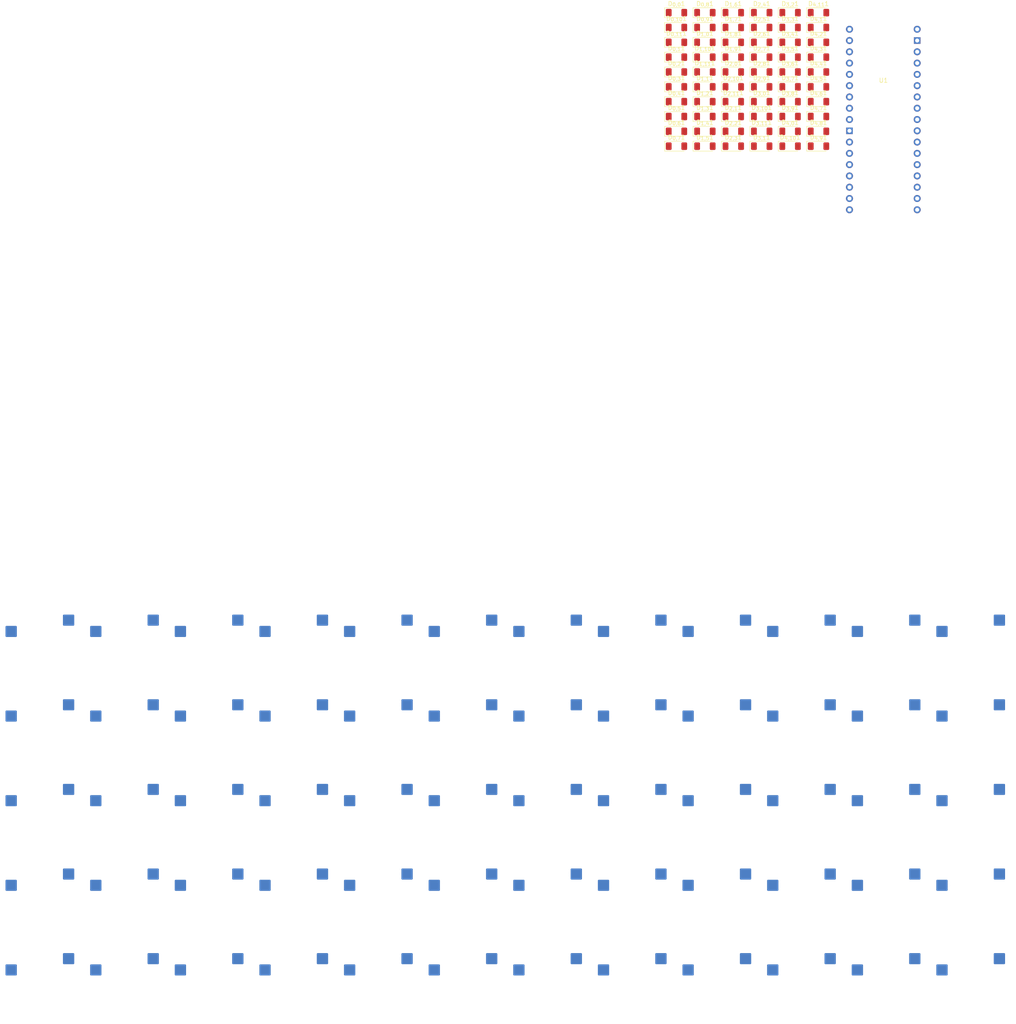
<source format=kicad_pcb>
(kicad_pcb
	(version 20241229)
	(generator "pcbnew")
	(generator_version "9.0")
	(general
		(thickness 1.6)
		(legacy_teardrops no)
	)
	(paper "A4")
	(layers
		(0 "F.Cu" signal)
		(4 "In1.Cu" signal)
		(6 "In2.Cu" signal)
		(2 "B.Cu" signal)
		(9 "F.Adhes" user "F.Adhesive")
		(11 "B.Adhes" user "B.Adhesive")
		(13 "F.Paste" user)
		(15 "B.Paste" user)
		(5 "F.SilkS" user "F.Silkscreen")
		(7 "B.SilkS" user "B.Silkscreen")
		(1 "F.Mask" user)
		(3 "B.Mask" user)
		(17 "Dwgs.User" user "User.Drawings")
		(19 "Cmts.User" user "User.Comments")
		(21 "Eco1.User" user "User.Eco1")
		(23 "Eco2.User" user "User.Eco2")
		(25 "Edge.Cuts" user)
		(27 "Margin" user)
		(31 "F.CrtYd" user "F.Courtyard")
		(29 "B.CrtYd" user "B.Courtyard")
		(35 "F.Fab" user)
		(33 "B.Fab" user)
		(39 "User.1" user)
		(41 "User.2" user)
		(43 "User.3" user)
		(45 "User.4" user)
		(47 "User.5" user)
		(49 "User.6" user)
		(51 "User.7" user)
		(53 "User.8" user)
		(55 "User.9" user)
	)
	(setup
		(stackup
			(layer "F.SilkS"
				(type "Top Silk Screen")
			)
			(layer "F.Paste"
				(type "Top Solder Paste")
			)
			(layer "F.Mask"
				(type "Top Solder Mask")
				(thickness 0.01)
			)
			(layer "F.Cu"
				(type "copper")
				(thickness 0.035)
			)
			(layer "dielectric 1"
				(type "prepreg")
				(thickness 0.1)
				(material "FR4")
				(epsilon_r 4.5)
				(loss_tangent 0.02)
			)
			(layer "In1.Cu"
				(type "copper")
				(thickness 0.035)
			)
			(layer "dielectric 2"
				(type "core")
				(thickness 1.24)
				(material "FR4")
				(epsilon_r 4.5)
				(loss_tangent 0.02)
			)
			(layer "In2.Cu"
				(type "copper")
				(thickness 0.035)
			)
			(layer "dielectric 3"
				(type "prepreg")
				(thickness 0.1)
				(material "FR4")
				(epsilon_r 4.5)
				(loss_tangent 0.02)
			)
			(layer "B.Cu"
				(type "copper")
				(thickness 0.035)
			)
			(layer "B.Mask"
				(type "Bottom Solder Mask")
				(thickness 0.01)
			)
			(layer "B.Paste"
				(type "Bottom Solder Paste")
			)
			(layer "B.SilkS"
				(type "Bottom Silk Screen")
			)
			(copper_finish "HAL lead-free")
			(dielectric_constraints no)
		)
		(pad_to_mask_clearance 0)
		(allow_soldermask_bridges_in_footprints no)
		(tenting front back)
		(pcbplotparams
			(layerselection 0x00000000_00000000_55555555_5755f5ff)
			(plot_on_all_layers_selection 0x00000000_00000000_00000000_00000000)
			(disableapertmacros no)
			(usegerberextensions no)
			(usegerberattributes yes)
			(usegerberadvancedattributes yes)
			(creategerberjobfile yes)
			(dashed_line_dash_ratio 12.000000)
			(dashed_line_gap_ratio 3.000000)
			(svgprecision 4)
			(plotframeref no)
			(mode 1)
			(useauxorigin no)
			(hpglpennumber 1)
			(hpglpenspeed 20)
			(hpglpendiameter 15.000000)
			(pdf_front_fp_property_popups yes)
			(pdf_back_fp_property_popups yes)
			(pdf_metadata yes)
			(pdf_single_document no)
			(dxfpolygonmode yes)
			(dxfimperialunits yes)
			(dxfusepcbnewfont yes)
			(psnegative no)
			(psa4output no)
			(plot_black_and_white yes)
			(sketchpadsonfab no)
			(plotpadnumbers no)
			(hidednponfab no)
			(sketchdnponfab yes)
			(crossoutdnponfab yes)
			(subtractmaskfromsilk no)
			(outputformat 1)
			(mirror no)
			(drillshape 1)
			(scaleselection 1)
			(outputdirectory "")
		)
	)
	(net 0 "")
	(net 1 "Net-(D_{0,0}1-A)")
	(net 2 "Row_{0}")
	(net 3 "Net-(D_{0,1}1-A)")
	(net 4 "Net-(D_{0,2}1-A)")
	(net 5 "Net-(D_{0,3}1-A)")
	(net 6 "Net-(D_{0,4}1-A)")
	(net 7 "Net-(D_{0,5}1-A)")
	(net 8 "Net-(D_{0,6}1-A)")
	(net 9 "Net-(D_{0,7}1-A)")
	(net 10 "Net-(D_{0,8}1-A)")
	(net 11 "Net-(D_{0,9}1-A)")
	(net 12 "Net-(D_{0,10}1-A)")
	(net 13 "Net-(D_{0,11}1-A)")
	(net 14 "Net-(D_{1,0}1-A)")
	(net 15 "Row_{1}")
	(net 16 "Net-(D_{1,1}1-A)")
	(net 17 "Net-(D_{1,2}1-A)")
	(net 18 "Net-(D_{1,3}1-A)")
	(net 19 "Net-(D_{1,4}1-A)")
	(net 20 "Net-(D_{1,5}1-A)")
	(net 21 "Net-(D_{1,6}1-A)")
	(net 22 "Net-(D_{1,7}1-A)")
	(net 23 "Net-(D_{1,8}1-A)")
	(net 24 "Net-(D_{1,9}1-A)")
	(net 25 "Net-(D_{1,10}1-A)")
	(net 26 "Net-(D_{1,11}1-A)")
	(net 27 "Net-(D_{2,0}1-A)")
	(net 28 "Row_{2}")
	(net 29 "Net-(D_{2,1}1-A)")
	(net 30 "Net-(D_{2,2}1-A)")
	(net 31 "Net-(D_{2,3}1-A)")
	(net 32 "Net-(D_{2,4}1-A)")
	(net 33 "Net-(D_{2,5}1-A)")
	(net 34 "Net-(D_{2,6}1-A)")
	(net 35 "Net-(D_{2,7}1-A)")
	(net 36 "Net-(D_{2,8}1-A)")
	(net 37 "Net-(D_{2,9}1-A)")
	(net 38 "Net-(D_{2,10}1-A)")
	(net 39 "Net-(D_{2,11}1-A)")
	(net 40 "Row_{3}")
	(net 41 "Net-(D_{3,0}1-A)")
	(net 42 "Net-(D_{3,1}1-A)")
	(net 43 "Net-(D_{3,2}1-A)")
	(net 44 "Net-(D_{3,3}1-A)")
	(net 45 "Net-(D_{3,4}1-A)")
	(net 46 "Net-(D_{3,5}1-A)")
	(net 47 "Net-(D_{3,6}1-A)")
	(net 48 "Net-(D_{3,7}1-A)")
	(net 49 "Net-(D_{3,8}1-A)")
	(net 50 "Net-(D_{3,9}1-A)")
	(net 51 "Net-(D_{3,10}1-A)")
	(net 52 "Net-(D_{3,11}1-A)")
	(net 53 "Row_{4}")
	(net 54 "Net-(D_{4,0}1-A)")
	(net 55 "Net-(D_{4,1}1-A)")
	(net 56 "Net-(D_{4,2}1-A)")
	(net 57 "Net-(D_{4,3}1-A)")
	(net 58 "Net-(D_{4,4}1-A)")
	(net 59 "Net-(D_{4,5}1-A)")
	(net 60 "Net-(D_{4,6}1-A)")
	(net 61 "Net-(D_{4,7}1-A)")
	(net 62 "Net-(D_{4,8}1-A)")
	(net 63 "Net-(D_{4,9}1-A)")
	(net 64 "Net-(D_{4,10}1-A)")
	(net 65 "Net-(D_{4,11}1-A)")
	(net 66 "Col_{0}")
	(net 67 "Col_{1}")
	(net 68 "Col_{2}")
	(net 69 "Col_{3}")
	(net 70 "Col_{4}")
	(net 71 "Col_{5}")
	(net 72 "Col_{6}")
	(net 73 "Col_{7}")
	(net 74 "Col_{8}")
	(net 75 "Col_{9}")
	(net 76 "Col_{10}")
	(net 77 "Col_{11}")
	(net 78 "unconnected-(U1-VBAT-Pad1)")
	(net 79 "unconnected-(U1-5V-Pad3)")
	(net 80 "GND")
	(net 81 "unconnected-(U1-RX-Pad23)")
	(net 82 "unconnected-(U1-IO7-Pad28)")
	(net 83 "unconnected-(U1-LDO2_OUT-Pad12)")
	(net 84 "unconnected-(U1-IO36-Pad32)")
	(net 85 "unconnected-(U1-TX-Pad24)")
	(net 86 "unconnected-(U1-IO37-Pad33)")
	(net 87 "unconnected-(U1-IO34-Pad31)")
	(net 88 "unconnected-(U1-IO8-Pad29)")
	(net 89 "unconnected-(U1-IO9-Pad30)")
	(net 90 "unconnected-(U1-IO35-Pad34)")
	(net 91 "unconnected-(U1-IO6-Pad27)")
	(net 92 "unconnected-(U1-3V3-Pad4)")
	(footprint "Diode_SMD:D_MiniMELF" (layer "F.Cu") (at 182.11 -33.035))
	(footprint "Diode_SMD:D_MiniMELF" (layer "F.Cu") (at 207.69 -43.055))
	(footprint "Diode_SMD:D_MiniMELF" (layer "F.Cu") (at 182.11 -39.715))
	(footprint "Diode_SMD:D_MiniMELF" (layer "F.Cu") (at 194.9 -49.735))
	(footprint "Diode_SMD:D_MiniMELF" (layer "F.Cu") (at 188.505 -63.095))
	(footprint "Diode_SMD:D_MiniMELF" (layer "F.Cu") (at 207.69 -53.075))
	(footprint "Diode_SMD:D_MiniMELF" (layer "F.Cu") (at 175.715 -59.755))
	(footprint "Diode_SMD:D_MiniMELF" (layer "F.Cu") (at 175.715 -53.075))
	(footprint "Diode_SMD:D_MiniMELF" (layer "F.Cu") (at 194.9 -59.755))
	(footprint "Diode_SMD:D_MiniMELF" (layer "F.Cu") (at 188.505 -53.075))
	(footprint "Diode_SMD:D_MiniMELF" (layer "F.Cu") (at 201.295 -56.415))
	(footprint "Diode_SMD:D_MiniMELF" (layer "F.Cu") (at 188.505 -39.715))
	(footprint "Diode_SMD:D_MiniMELF" (layer "F.Cu") (at 188.505 -56.415))
	(footprint "Diode_SMD:D_MiniMELF" (layer "F.Cu") (at 194.9 -46.395))
	(footprint "Diode_SMD:D_MiniMELF" (layer "F.Cu") (at 175.715 -43.055))
	(footprint "Diode_SMD:D_MiniMELF" (layer "F.Cu") (at 207.69 -33.035))
	(footprint "Diode_SMD:D_MiniMELF" (layer "F.Cu") (at 201.295 -39.715))
	(footprint "Diode_SMD:D_MiniMELF" (layer "F.Cu") (at 194.9 -43.055))
	(footprint "Diode_SMD:D_MiniMELF" (layer "F.Cu") (at 207.69 -59.755))
	(footprint "Diode_SMD:D_MiniMELF" (layer "F.Cu") (at 188.505 -46.395))
	(footprint "Diode_SMD:D_MiniMELF" (layer "F.Cu") (at 175.715 -46.395))
	(footprint "Diode_SMD:D_MiniMELF" (layer "F.Cu") (at 201.295 -49.735))
	(footprint "Diode_SMD:D_MiniMELF" (layer "F.Cu") (at 182.11 -49.735))
	(footprint "Diode_SMD:D_MiniMELF" (layer "F.Cu") (at 207.69 -63.095))
	(footprint "Diode_SMD:D_MiniMELF" (layer "F.Cu") (at 175.715 -36.375))
	(footprint "Diode_SMD:D_MiniMELF" (layer "F.Cu") (at 175.715 -49.735))
	(footprint "Diode_SMD:D_MiniMELF" (layer "F.Cu") (at 194.9 -33.035))
	(footprint "Diode_SMD:D_MiniMELF" (layer "F.Cu") (at 201.295 -36.375))
	(footprint "Diode_SMD:D_MiniMELF" (layer "F.Cu") (at 207.69 -36.375))
	(footprint "Diode_SMD:D_MiniMELF" (layer "F.Cu") (at 182.11 -46.395))
	(footprint "Diode_SMD:D_MiniMELF" (layer "F.Cu") (at 188.505 -33.035))
	(footprint "Diode_SMD:D_MiniMELF" (layer "F.Cu") (at 194.9 -39.715))
	(footprint "Diode_SMD:D_MiniMELF" (layer "F.Cu") (at 182.11 -56.415))
	(footprint "Diode_SMD:D_MiniMELF"
		(layer "F.Cu")
		(uuid "988fa4a5-1f2f-4613-b041-26f7a6c49a5d")
		(at 188.505 -43.055)
		(descr "Diode Mini-MELF (SOD-80)")
		(tags "Diode Mini-MELF (SOD-80)")
		(property "Reference" "D_{2,11}1"
			(at 0 -2 0)
			(layer "F.SilkS")
			(uuid "72b1b0f7-7819-4551-89e7-84351c7c6bed")
			(effects
				(font
					(size 1 1)
					(thickness 0.15)
				)
			)
		)
		(property "Value" "D_Filled"
			(at 0 2 0)
			(layer "F.Fab")
			(uuid "cde6119d-3b30-457d-9bb6-12c99db32ec2")
			(effects
				(font
					(size 1 1)
					(thickness 0.15)
				)
			)
		)
		(property "Datasheet" "~"
			(at 0 0 0)
			(unlocked yes)
			(layer "F.Fab")
			(hide yes)
			(uuid "cd1e05b2-af86-4805-9f45-3eab894ee720")
			(effects
				(font
					(size 1.27 1.27)
					(thickness 0.15)
				)
			)
		)
		(property "Description" "Diode, filled shape"
			(at 0 0 0)
			(unlocked yes)
			(layer "F.Fab")
			(hide yes)
			(uuid "9dea6a65-d92b-4a6e-8336-d594e9040196")
			(effects
				(font
					(size 1.27 1.27)
					(thickness 0.15)
				)
			)
		)
		(property "Sim.Device" "D"
			(at 0 0 0)
			(unlocked yes)
			(layer "F.Fab")
			(hide yes)
			(uuid "3ffa3f9d-e031-4db2-9001-87b1c65e4f2d")
			(effects
				(font
					(size 1 1)
					(thickness 0.15)
				)
			)
		)
		(property "Sim.Pins" "1=K 2=A"
			(at 0 0 0)
			(unlocked yes)
			(layer "F.Fab")
			(hide yes)
			(uuid "c4e9eea9-226e-4882-a408-fb2ea8b3f8f1")
			(effects
				(font
					(size 1 1)
					(thickness 0.15)
				)
			)
		)
		(property ki_fp_filters "TO-???* *_Diode_* *SingleDiode* D_*")
		(path "/73412d5b-accc-4a8f-a9c5-c7f2843efb93/8efed7a2-0976-485b-b2cc-177d48728d8f")
		(sheetname "/Switch Matrix/")
		(sheetfile "matrix_switch.kicad_sch")
		(attr smd)
		(fp_line
			(start -2.66 -1.11)
			(end -2.66 1.11)
			(stroke
				(width 0.12)
				(type solid)
			)
			(layer "F.SilkS")
			(uuid "f6822bd8-2da6-4d57-b575-c229c22780d4")
		)
		(fp_line
			(start -2.66 1.11)
			(end 1.75 1.11)
			(stroke
				(width 0.12)
				(type solid)
			)
			(layer "F.SilkS")
			(uuid "a5ddc599-5bb1-4bdf-ba6d-5da418c60ddf")
		)
		(fp_line
			(start 1.75 -1.11)
			(end -2.66 -1.11)
			(stroke
				(width 0.12)
				(type solid)
			)
			(layer "F.SilkS")
			(uuid "4bc03c16-7942-484b-991c-454eb81e8922")
		)
		(fp_line
			(start -2.65 -1.1)
			(end 2.65 -1.1)
			(stroke
				(width 0.05)
				(type solid)
			)
			(layer "F.CrtYd")
			(uuid "99136f14-939b-4936-90bf-a0fcd0135a8c")
		)
		(fp_line
			(start -2.65 1.1)
			(end -2.65 -1.1)
			(stroke
				(width 0.05)
				(type solid)
			)
			(layer "F.CrtYd")
			(uuid "37b14291-f671-4083-b9bc-b09d63c073fa")
		)
		(fp_line
			(start 2.65 -1.1)
			(end 2.65 1.1)
			(stroke
				(width 0.05)
				(type solid)
			)
			(layer "F.CrtYd")
			(uuid "03cc97e5-1b10-498d-944f-458317651bb2")
		)
		(fp_line
			(start 2.65 1.1)
			(end -2.65 1.1)
			(stroke
				(width 0.05)
				(type solid)
			)
			(layer "F.CrtYd")
			(uuid "94eb198a-0ef4-4b48-b828-eccec901d97a")
		)
		(fp_line
			(start -1.65 -0.8)
			(end 1.65 -0.8)
			(stroke
				(width 0.1)
				(type solid)
			)
			(layer "F.Fab")
			(uuid "8fe6254d-b0c4-412a-87c8-92df5fcc3994")
		)
		(fp_line
			(start -1.65 0.8)
			(end -1.65 -0.8)
			(stroke
				(width 0.1)
				(type solid)
			)
			(layer "F.Fab")
			(uuid "1d8e18b4-da4c-46a3-8a39-78fa7e5f0712")
		)
		(fp_line
			(start -0.75 0)
			(end -0.35 0)
			(stroke
				(width 0.1)
				(type solid)
			)
			(layer "F.Fab")
			(uuid "d58665cb-8373-4a68-ab8e-c0f0e8e08055")
		)
		(fp_line
			(start -0.35 0)
			(end -0.35 -0.55)
			(stroke
				(width 0.1)
				(type solid)
			)
			(layer "F.Fab")
			(uuid "fe4e8d16-e3d6-4af5-b307-d86ce7a750c6")
		)
		(fp_line
			(start -0.35 0)
			(end -0.35 0.55)
			(stroke
				(width 0.1)
				(type solid)
			)
			(layer "F.Fab")
			(uuid "5fb528b3-5a47-4524-a31a-3beac26f4d19")
		)
		(fp_line
			(start -0.35 0)
			(end 0.25 -0.4)
			(stroke
				(width 0.1)
				(type solid)
			)
			(layer "F.Fab")
			(uuid "3c1234c7-6aaf-4675-abca-b506d7652eef")
		)
		(fp_line
			(start 0.25 -0.4)
			(end 0.25 0.4)
			(stroke
				(width 0.1)
				(type solid)
			)
			(layer "F.Fab")
			(uuid "dd85f041-5f3b-44d4-8d04-79c84362996c")
		)
		(fp_line
			(start 0.25 0)
			(end 0.75 0)
			(stroke
				(width 0.1)
				(type solid)
			)
			(layer "F.Fab")
			(uuid "98b18e7c-77f6-4ff9-af9e-1d9490735519")
		)
		(fp_line
			(start 0.25 0.4)
			(end -0.35 0)
			(stroke
				(width 0.1)
				(type solid)
			)
			(layer "F.Fab")
			(uuid "78453ae0-7bae-4cee-9d65-269b72b2f9be")
		)
		(fp_line
			(start 1.65 -0.8)
			(end 1.65 0.8)
			(stroke
				(width 0.1)
				(type solid)
			)
			(layer "F.Fab")
			(uuid "196db79e-bb20-48e0-a9dc-1d4d1d00743a")
		)
		(fp_line
			(start 1.65 0.8)
			(end -1.65 0.8)
			(stroke
				(width 0.1)
				(type solid)
			)
			(layer "F.Fab")
			(uuid "7b369bb3-0cce-4bc8-b858-630410bbc2ab")
		)
		(fp_text user "${REFERENCE}"
			(at 0 -2 0)
			(layer "F.Fab")
			(uuid "010f77ea-a558-4b95-aa39-0c35e2912039")
			(effects
				(font
					(size 1 1)
					(thickness 0.15)
				)
			)
		)
		(pad "1" smd roundrect
			(at -1.75 0)
			(size 1.3 1.7)
			(layers "F.Cu" "F.Mask" "F.Paste")
			(roundrect_rratio 0.1923076923)
			(net 28 "Row_{2}")
			(pinfunction "K")
			(pintype "passive")
			(uuid "6c768fec-9de7-4191-9687-1904ae134bf3")
		)
		(pad "2" smd roundrect
			(at 1.75 0)
			(size 1.3 1.7)
			(layers "F.Cu" "F.Mask" "F.Paste")
			(roundrect_rratio 0.1923076923)
	
... [611574 chars truncated]
</source>
